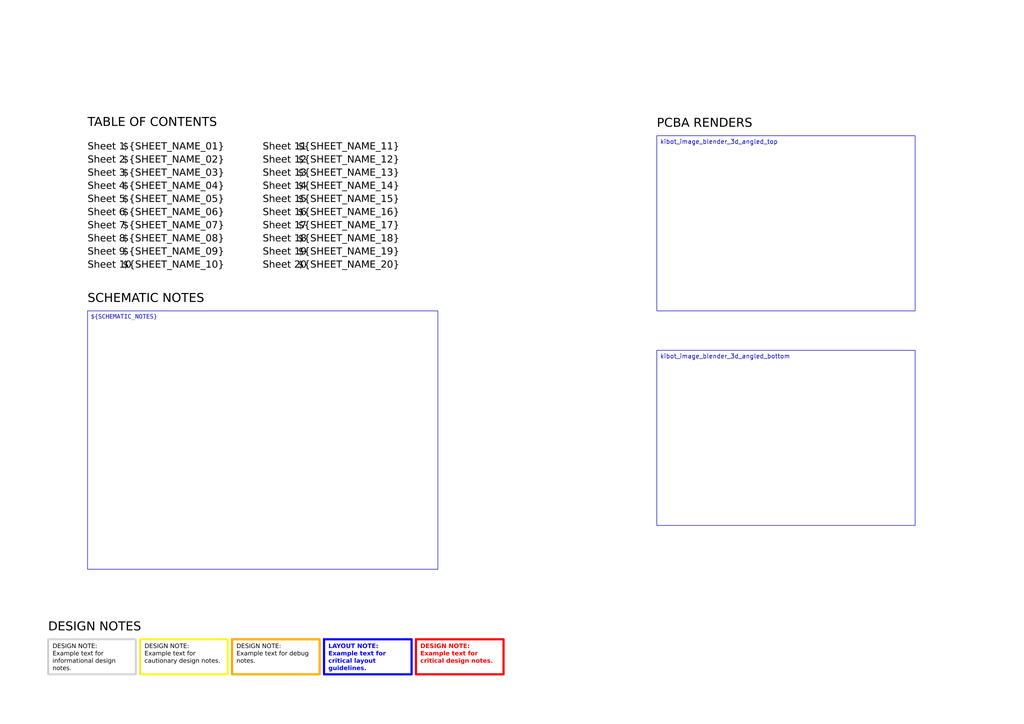
<source format=kicad_sch>
(kicad_sch
	(version 20250114)
	(generator "eeschema")
	(generator_version "9.0")
	(uuid "8bfb0b6c-9e3a-4761-bc1e-4eb40915aa0b")
	(paper "A4")
	(title_block
		(title "Title Page")
		(date "${RELEASE_DATE}")
		(rev "${REVISION}")
		(company "${COMPANY}")
	)
	(lib_symbols)
	(text "${SHEET_NAME_11}"
		(exclude_from_sim no)
		(at 86.36 44.45 0)
		(effects
			(font
				(face "Arial Narrow")
				(size 2.032 2.032)
				(color 0 0 0 1)
			)
			(justify left bottom)
			(href "#11")
		)
		(uuid "07b17941-5203-45fd-9bf5-869029f2918b")
	)
	(text "Sheet 20"
		(exclude_from_sim no)
		(at 76.2 78.74 0)
		(effects
			(font
				(face "Arial Narrow")
				(size 2.032 2.032)
				(color 0 0 0 1)
			)
			(justify left bottom)
			(href "#20")
		)
		(uuid "14b92651-4c98-49cc-b701-061efd650be6")
	)
	(text "${SHEET_NAME_10}"
		(exclude_from_sim no)
		(at 35.56 78.74 0)
		(effects
			(font
				(face "Arial Narrow")
				(size 2.032 2.032)
				(color 0 0 0 1)
			)
			(justify left bottom)
			(href "#10")
		)
		(uuid "16a2336d-90de-4e2f-93d8-21e2703f0a5e")
	)
	(text "Sheet 4"
		(exclude_from_sim no)
		(at 25.4 55.88 0)
		(effects
			(font
				(face "Arial Narrow")
				(size 2.032 2.032)
				(color 0 0 0 1)
			)
			(justify left bottom)
			(href "#4")
		)
		(uuid "1a1df999-6f42-488d-9515-537e1d9ec823")
	)
	(text "DESIGN NOTES"
		(exclude_from_sim no)
		(at 13.97 184.15 0)
		(effects
			(font
				(face "Arial Narrow")
				(size 2.54 2.54)
				(color 0 0 0 1)
			)
			(justify left bottom)
		)
		(uuid "1d4a31e9-3e9d-49f9-ab05-35cee528d5af")
	)
	(text "Sheet 18"
		(exclude_from_sim no)
		(at 76.2 71.12 0)
		(effects
			(font
				(face "Arial Narrow")
				(size 2.032 2.032)
				(color 0 0 0 1)
			)
			(justify left bottom)
			(href "#18")
		)
		(uuid "22d7f7b5-df2c-4cdd-8b4a-5b989d21376c")
	)
	(text "${SHEET_NAME_18}"
		(exclude_from_sim no)
		(at 86.36 71.12 0)
		(effects
			(font
				(face "Arial Narrow")
				(size 2.032 2.032)
				(color 0 0 0 1)
			)
			(justify left bottom)
			(href "#18")
		)
		(uuid "25659fbe-5282-4a29-815e-3ef2e27bcd58")
	)
	(text "${SHEET_NAME_08}"
		(exclude_from_sim no)
		(at 35.56 71.12 0)
		(effects
			(font
				(face "Arial Narrow")
				(size 2.032 2.032)
				(color 0 0 0 1)
			)
			(justify left bottom)
			(href "#8")
		)
		(uuid "2bf644fa-1f52-4c60-863e-29b18d4919ec")
	)
	(text "${SHEET_NAME_17}"
		(exclude_from_sim no)
		(at 86.36 67.31 0)
		(effects
			(font
				(face "Arial Narrow")
				(size 2.032 2.032)
				(color 0 0 0 1)
			)
			(justify left bottom)
			(href "#17")
		)
		(uuid "34d21295-3fbb-4e3d-97b2-14e1ffce8dd2")
	)
	(text "Sheet 19"
		(exclude_from_sim no)
		(at 76.2 74.93 0)
		(effects
			(font
				(face "Arial Narrow")
				(size 2.032 2.032)
				(color 0 0 0 1)
			)
			(justify left bottom)
			(href "#19")
		)
		(uuid "4787629f-351c-47c8-840d-4ba3fdfe9b9a")
	)
	(text "Sheet 16"
		(exclude_from_sim no)
		(at 76.2 63.5 0)
		(effects
			(font
				(face "Arial Narrow")
				(size 2.032 2.032)
				(color 0 0 0 1)
			)
			(justify left bottom)
			(href "#16")
		)
		(uuid "4d9bda3e-709f-4d72-9628-687c72e84a07")
	)
	(text "${SHEET_NAME_14}"
		(exclude_from_sim no)
		(at 86.36 55.88 0)
		(effects
			(font
				(face "Arial Narrow")
				(size 2.032 2.032)
				(color 0 0 0 1)
			)
			(justify left bottom)
			(href "#14")
		)
		(uuid "5daeb444-87e9-4c99-984f-34b2d16949ee")
	)
	(text "TABLE OF CONTENTS"
		(exclude_from_sim no)
		(at 25.4 37.846 0)
		(effects
			(font
				(face "Arial Narrow")
				(size 2.54 2.54)
				(color 0 0 0 1)
			)
			(justify left bottom)
		)
		(uuid "64e82ea8-c833-47b2-952c-20433a984005")
	)
	(text "Sheet 11"
		(exclude_from_sim no)
		(at 76.2 44.45 0)
		(effects
			(font
				(face "Arial Narrow")
				(size 2.032 2.032)
				(color 0 0 0 1)
			)
			(justify left bottom)
			(href "#11")
		)
		(uuid "69ffe358-203f-447c-bb7a-dfd8b5952bb2")
	)
	(text "SCHEMATIC NOTES"
		(exclude_from_sim no)
		(at 25.4 88.9 0)
		(effects
			(font
				(face "Arial Narrow")
				(size 2.54 2.54)
				(color 0 0 0 1)
			)
			(justify left bottom)
		)
		(uuid "6b4c1c9c-5583-4506-a856-7585e964a9aa")
	)
	(text "Sheet 9"
		(exclude_from_sim no)
		(at 25.4 74.93 0)
		(effects
			(font
				(face "Arial Narrow")
				(size 2.032 2.032)
				(color 0 0 0 1)
			)
			(justify left bottom)
			(href "#9")
		)
		(uuid "6caf5434-4a54-43a2-ba2e-6f2d9dc3d48c")
	)
	(text "${SHEET_NAME_05}"
		(exclude_from_sim no)
		(at 35.56 59.69 0)
		(effects
			(font
				(face "Arial Narrow")
				(size 2.032 2.032)
				(color 0 0 0 1)
			)
			(justify left bottom)
			(href "#5")
		)
		(uuid "771adef3-abde-471a-b781-f095d5eb34c9")
	)
	(text "${SHEET_NAME_15}"
		(exclude_from_sim no)
		(at 86.36 59.69 0)
		(effects
			(font
				(face "Arial Narrow")
				(size 2.032 2.032)
				(color 0 0 0 1)
			)
			(justify left bottom)
			(href "#15")
		)
		(uuid "788e141e-7d17-49b0-9da0-ef00b74f2c7d")
	)
	(text "${SHEET_NAME_20}"
		(exclude_from_sim no)
		(at 86.36 78.74 0)
		(effects
			(font
				(face "Arial Narrow")
				(size 2.032 2.032)
				(color 0 0 0 1)
			)
			(justify left bottom)
			(href "#20")
		)
		(uuid "7fca47ab-c5ff-471a-9cc1-7c585b8ebb88")
	)
	(text "Sheet 17"
		(exclude_from_sim no)
		(at 76.2 67.31 0)
		(effects
			(font
				(face "Arial Narrow")
				(size 2.032 2.032)
				(color 0 0 0 1)
			)
			(justify left bottom)
			(href "#17")
		)
		(uuid "8142fe45-a43b-47f1-bd73-436da691ebb3")
	)
	(text "${SHEET_NAME_12}"
		(exclude_from_sim no)
		(at 86.36 48.26 0)
		(effects
			(font
				(face "Arial Narrow")
				(size 2.032 2.032)
				(color 0 0 0 1)
			)
			(justify left bottom)
			(href "#12")
		)
		(uuid "82c1cb62-b337-4c34-abc1-d317a89265b1")
	)
	(text "${SHEET_NAME_02}"
		(exclude_from_sim no)
		(at 35.56 48.26 0)
		(effects
			(font
				(face "Arial Narrow")
				(size 2.032 2.032)
				(color 0 0 0 1)
			)
			(justify left bottom)
			(href "#2")
		)
		(uuid "848876e8-0ba0-4894-9878-40959698a72e")
	)
	(text "${SHEET_NAME_13}"
		(exclude_from_sim no)
		(at 86.36 52.07 0)
		(effects
			(font
				(face "Arial Narrow")
				(size 2.032 2.032)
				(color 0 0 0 1)
			)
			(justify left bottom)
			(href "#13")
		)
		(uuid "857f2374-4c93-4669-8525-a7317b1686c6")
	)
	(text "${SHEET_NAME_04}"
		(exclude_from_sim no)
		(at 35.56 55.88 0)
		(effects
			(font
				(face "Arial Narrow")
				(size 2.032 2.032)
				(color 0 0 0 1)
			)
			(justify left bottom)
			(href "#4")
		)
		(uuid "8db3ec72-d092-4102-a408-0032fcd7d392")
	)
	(text "Sheet 3"
		(exclude_from_sim no)
		(at 25.4 52.07 0)
		(effects
			(font
				(face "Arial Narrow")
				(size 2.032 2.032)
				(color 0 0 0 1)
			)
			(justify left bottom)
			(href "#3")
		)
		(uuid "9312db9f-86cf-46f5-a5d1-9cc6a82364a9")
	)
	(text "Sheet 8"
		(exclude_from_sim no)
		(at 25.4 71.12 0)
		(effects
			(font
				(face "Arial Narrow")
				(size 2.032 2.032)
				(color 0 0 0 1)
			)
			(justify left bottom)
			(href "#8")
		)
		(uuid "9fb2f352-41fa-4938-9dd5-8313ea8f61da")
	)
	(text "${SHEET_NAME_16}"
		(exclude_from_sim no)
		(at 86.36 63.5 0)
		(effects
			(font
				(face "Arial Narrow")
				(size 2.032 2.032)
				(color 0 0 0 1)
			)
			(justify left bottom)
			(href "#16")
		)
		(uuid "a020e46d-8225-4e01-bb22-f18e0b2294b1")
	)
	(text "Sheet 10"
		(exclude_from_sim no)
		(at 25.4 78.74 0)
		(effects
			(font
				(face "Arial Narrow")
				(size 2.032 2.032)
				(color 0 0 0 1)
			)
			(justify left bottom)
			(href "#10")
		)
		(uuid "a4b2c8fb-8ce6-4c96-8e0c-ac777ef0bf65")
	)
	(text "Sheet 13"
		(exclude_from_sim no)
		(at 76.2 52.07 0)
		(effects
			(font
				(face "Arial Narrow")
				(size 2.032 2.032)
				(color 0 0 0 1)
			)
			(justify left bottom)
			(href "#13")
		)
		(uuid "b7f57fe6-a570-4b9d-8437-17c782ced604")
	)
	(text "Sheet 12"
		(exclude_from_sim no)
		(at 76.2 48.26 0)
		(effects
			(font
				(face "Arial Narrow")
				(size 2.032 2.032)
				(color 0 0 0 1)
			)
			(justify left bottom)
			(href "#12")
		)
		(uuid "b9321e4f-7dfa-4600-9dd7-c7ced232f433")
	)
	(text "${SHEET_NAME_01}"
		(exclude_from_sim no)
		(at 35.56 44.45 0)
		(effects
			(font
				(face "Arial Narrow")
				(size 2.032 2.032)
				(color 0 0 0 1)
			)
			(justify left bottom)
			(href "#1")
		)
		(uuid "c4fe9a96-20bc-4df3-8d76-4ccf5c21d47c")
	)
	(text "${SHEET_NAME_19}"
		(exclude_from_sim no)
		(at 86.36 74.93 0)
		(effects
			(font
				(face "Arial Narrow")
				(size 2.032 2.032)
				(color 0 0 0 1)
			)
			(justify left bottom)
			(href "#19")
		)
		(uuid "c6a94c62-f060-4037-84c7-29538e6dd3f1")
	)
	(text "Sheet 5"
		(exclude_from_sim no)
		(at 25.4 59.69 0)
		(effects
			(font
				(face "Arial Narrow")
				(size 2.032 2.032)
				(color 0 0 0 1)
			)
			(justify left bottom)
			(href "#5")
		)
		(uuid "c7bd7eba-ff68-43dd-bb8c-04c1fbc87c75")
	)
	(text "Sheet 14"
		(exclude_from_sim no)
		(at 76.2 55.88 0)
		(effects
			(font
				(face "Arial Narrow")
				(size 2.032 2.032)
				(color 0 0 0 1)
			)
			(justify left bottom)
			(href "#14")
		)
		(uuid "cd1581af-43a2-4cd2-bf9a-455991f26447")
	)
	(text "${SHEET_NAME_03}"
		(exclude_from_sim no)
		(at 35.56 52.07 0)
		(effects
			(font
				(face "Arial Narrow")
				(size 2.032 2.032)
				(color 0 0 0 1)
			)
			(justify left bottom)
			(href "#3")
		)
		(uuid "d10cf4e6-afe0-43c1-97c0-c5acca355fbe")
	)
	(text "${SHEET_NAME_09}"
		(exclude_from_sim no)
		(at 35.56 74.93 0)
		(effects
			(font
				(face "Arial Narrow")
				(size 2.032 2.032)
				(color 0 0 0 1)
			)
			(justify left bottom)
			(href "#9")
		)
		(uuid "d3790e5a-7038-4264-8273-f5956b92270a")
	)
	(text "PCBA RENDERS"
		(exclude_from_sim no)
		(at 190.5 38.1 0)
		(effects
			(font
				(face "Arial Narrow")
				(size 2.54 2.54)
				(color 0 0 0 1)
			)
			(justify left bottom)
		)
		(uuid "dc47b26e-b684-4cdc-9da4-1d2f6961c536")
	)
	(text "Sheet 7"
		(exclude_from_sim no)
		(at 25.4 67.31 0)
		(effects
			(font
				(face "Arial Narrow")
				(size 2.032 2.032)
				(color 0 0 0 1)
			)
			(justify left bottom)
			(href "#7")
		)
		(uuid "e03f3108-e6c3-4dbc-8263-8eec0b861390")
	)
	(text "Sheet 2"
		(exclude_from_sim no)
		(at 25.4 48.26 0)
		(effects
			(font
				(face "Arial Narrow")
				(size 2.032 2.032)
				(color 0 0 0 1)
			)
			(justify left bottom)
			(href "#2")
		)
		(uuid "e5f9b89b-997c-4b41-87eb-506c6f57ff2a")
	)
	(text "${SHEET_NAME_06}"
		(exclude_from_sim no)
		(at 35.56 63.5 0)
		(effects
			(font
				(face "Arial Narrow")
				(size 2.032 2.032)
				(color 0 0 0 1)
			)
			(justify left bottom)
			(href "#6")
		)
		(uuid "e8343913-ebb3-4168-b13e-0b5990f1b749")
	)
	(text "Sheet 1"
		(exclude_from_sim no)
		(at 25.4 44.45 0)
		(effects
			(font
				(face "Arial Narrow")
				(size 2.032 2.032)
				(color 0 0 0 1)
			)
			(justify left bottom)
			(href "#1")
		)
		(uuid "e838d875-06da-4fe1-92a6-f67318693045")
	)
	(text "Sheet 15"
		(exclude_from_sim no)
		(at 76.2 59.69 0)
		(effects
			(font
				(face "Arial Narrow")
				(size 2.032 2.032)
				(color 0 0 0 1)
			)
			(justify left bottom)
			(href "#15")
		)
		(uuid "ea3886dc-5d3c-4468-855f-a2cb6b276128")
	)
	(text "Sheet 6"
		(exclude_from_sim no)
		(at 25.4 63.5 0)
		(effects
			(font
				(face "Arial Narrow")
				(size 2.032 2.032)
				(color 0 0 0 1)
			)
			(justify left bottom)
			(href "#6")
		)
		(uuid "f94e26f5-5181-4526-932c-fef33ad3dbf5")
	)
	(text "${SHEET_NAME_07}"
		(exclude_from_sim no)
		(at 35.56 67.31 0)
		(effects
			(font
				(face "Arial Narrow")
				(size 2.032 2.032)
				(color 0 0 0 1)
			)
			(justify left bottom)
			(href "#7")
		)
		(uuid "fd9fe035-5933-4166-bdf5-daf42a1a401a")
	)
	(text_box "kibot_image_blender_3d_angled_top"
		(exclude_from_sim no)
		(at 190.5 39.37 0)
		(size 74.93 50.8)
		(margins 0.9525 0.9525 0.9525 0.9525)
		(stroke
			(width 0)
			(type solid)
		)
		(fill
			(type none)
		)
		(effects
			(font
				(size 1.27 1.27)
			)
			(justify left top)
		)
		(uuid "5767a21c-ea5b-42e0-9141-921c37492c0d")
	)
	(text_box "DESIGN NOTE:\nExample text for debug notes."
		(exclude_from_sim no)
		(at 67.31 185.42 0)
		(size 25.4 10.16)
		(margins 1.27 1.27 1.27 1.27)
		(stroke
			(width 0.635)
			(type solid)
			(color 255 165 0 1)
		)
		(fill
			(type none)
		)
		(effects
			(font
				(face "Arial")
				(size 1.27 1.27)
				(color 0 0 0 1)
			)
			(justify left top)
		)
		(uuid "7804ab3d-3354-43de-a859-68cd8b155d7d")
	)
	(text_box "${SCHEMATIC_NOTES}"
		(exclude_from_sim no)
		(at 25.4 90.17 0)
		(size 101.6 74.93)
		(margins 0.9525 0.9525 0.9525 0.9525)
		(stroke
			(width 0)
			(type solid)
		)
		(fill
			(type none)
		)
		(effects
			(font
				(face "Inconsolata")
				(size 1.27 1.27)
				(thickness 0.254)
			)
			(justify left top)
		)
		(uuid "7adab115-8568-4a73-9aed-e42ca8b4873b")
	)
	(text_box "DESIGN NOTE:\nExample text for critical design notes."
		(exclude_from_sim no)
		(at 120.65 185.42 0)
		(size 25.4 10.16)
		(margins 1.27 1.27 1.27 1.27)
		(stroke
			(width 0.635)
			(type solid)
			(color 255 0 0 1)
		)
		(fill
			(type none)
		)
		(effects
			(font
				(face "Arial")
				(size 1.27 1.27)
				(thickness 0.4)
				(bold yes)
				(color 255 0 0 1)
			)
			(justify left top)
		)
		(uuid "93934827-2fe7-456a-aaa9-350926ccc3cf")
	)
	(text_box "DESIGN NOTE:\nExample text for cautionary design notes."
		(exclude_from_sim no)
		(at 40.64 185.42 0)
		(size 25.4 10.16)
		(margins 1.27 1.27 1.27 1.27)
		(stroke
			(width 0.508)
			(type solid)
			(color 250 236 0 1)
		)
		(fill
			(type none)
		)
		(effects
			(font
				(face "Arial")
				(size 1.27 1.27)
				(color 0 0 0 1)
			)
			(justify left top)
		)
		(uuid "b25ebab3-7089-45e6-b13e-efd73a0ad216")
	)
	(text_box "kibot_image_blender_3d_angled_bottom"
		(exclude_from_sim no)
		(at 190.5 101.6 0)
		(size 74.93 50.8)
		(margins 0.9525 0.9525 0.9525 0.9525)
		(stroke
			(width 0)
			(type solid)
		)
		(fill
			(type none)
		)
		(effects
			(font
				(size 1.27 1.27)
			)
			(justify left top)
		)
		(uuid "b9b2a7ca-498c-4ac1-9922-a80432e07c54")
	)
	(text_box "DESIGN NOTE:\nExample text for informational design notes."
		(exclude_from_sim no)
		(at 13.97 185.42 0)
		(size 25.4 10.16)
		(margins 1.27 1.27 1.27 1.27)
		(stroke
			(width 0.508)
			(type solid)
			(color 200 200 200 1)
		)
		(fill
			(type none)
		)
		(effects
			(font
				(face "Arial")
				(size 1.27 1.27)
				(color 0 0 0 1)
			)
			(justify left top)
		)
		(uuid "da2d92ef-76df-4dc4-be35-0543aefd4b3d")
	)
	(text_box "LAYOUT NOTE:\nExample text for critical layout guidelines."
		(exclude_from_sim no)
		(at 93.98 185.42 0)
		(size 25.4 10.16)
		(margins 1.27 1.27 1.27 1.27)
		(stroke
			(width 0.635)
			(type solid)
			(color 0 0 255 1)
		)
		(fill
			(type none)
		)
		(effects
			(font
				(face "Arial")
				(size 1.27 1.27)
				(thickness 0.4)
				(bold yes)
				(color 0 0 255 1)
			)
			(justify left top)
		)
		(uuid "e540faed-aec1-4b43-a76c-3bd1fdf6daac")
	)
	(sheet
		(at 364.49 307.34)
		(size 27.94 7.62)
		(exclude_from_sim no)
		(in_bom yes)
		(on_board yes)
		(dnp no)
		(fields_autoplaced yes)
		(stroke
			(width 0.1524)
			(type solid)
		)
		(fill
			(color 0 0 0 0.0000)
		)
		(uuid "20edd200-9383-4d87-bd58-f882adb4f112")
		(property "Sheetname" "Parts List"
			(at 364.49 306.6284 0)
			(effects
				(font
					(size 1.27 1.27)
				)
				(justify left bottom)
			)
		)
		(property "Sheetfile" "sheets/Parts_List.kicad_sch"
			(at 364.49 315.5446 0)
			(effects
				(font
					(size 1.27 1.27)
				)
				(justify left top)
			)
		)
		(instances
			(project "Test_4"
				(path "/8bfb0b6c-9e3a-4761-bc1e-4eb40915aa0b"
					(page "7")
				)
			)
		)
	)
	(sheet
		(at 280.67 307.34)
		(size 27.94 7.62)
		(exclude_from_sim no)
		(in_bom yes)
		(on_board yes)
		(dnp no)
		(fields_autoplaced yes)
		(stroke
			(width 0.1524)
			(type solid)
		)
		(fill
			(color 0 0 0 0.0000)
		)
		(uuid "28ad8293-baaf-4ee1-8056-ad34096542a0")
		(property "Sheetname" "Block Diagram"
			(at 280.67 306.6284 0)
			(effects
				(font
					(size 1.27 1.27)
				)
				(justify left bottom)
			)
		)
		(property "Sheetfile" "sheets/Block_Diagram.kicad_sch"
			(at 280.67 315.5446 0)
			(effects
				(font
					(size 1.27 1.27)
				)
				(justify left top)
			)
		)
		(instances
			(project "Test_4"
				(path "/8bfb0b6c-9e3a-4761-bc1e-4eb40915aa0b"
					(page "2")
				)
			)
		)
	)
	(sheet
		(at 322.58 307.34)
		(size 27.94 7.62)
		(exclude_from_sim no)
		(in_bom yes)
		(on_board yes)
		(dnp no)
		(fields_autoplaced yes)
		(stroke
			(width 0.1524)
			(type solid)
		)
		(fill
			(color 0 0 0 0.0000)
		)
		(uuid "f6afef58-d841-4ad6-baf9-746b0a35f011")
		(property "Sheetname" "Project Architecture"
			(at 322.58 306.6284 0)
			(effects
				(font
					(size 1.27 1.27)
				)
				(justify left bottom)
			)
		)
		(property "Sheetfile" "sheets/Architecture.kicad_sch"
			(at 322.58 315.5446 0)
			(effects
				(font
					(size 1.27 1.27)
				)
				(justify left top)
			)
		)
		(instances
			(project "Test_4"
				(path "/8bfb0b6c-9e3a-4761-bc1e-4eb40915aa0b"
					(page "3")
				)
			)
		)
	)
	(sheet_instances
		(path "/"
			(page "1")
		)
	)
	(embedded_fonts no)
)

</source>
